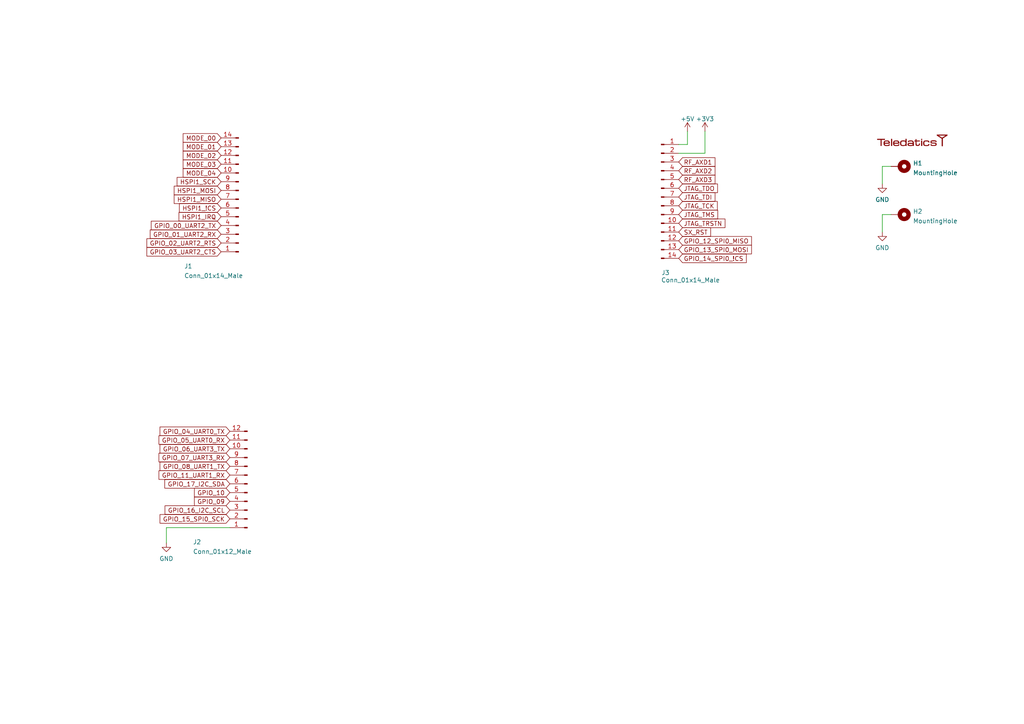
<source format=kicad_sch>
(kicad_sch (version 20210621) (generator eeschema)
  (paper "A4")
  (title_block (title "TD-XPAH hAT") (date "2021-11-09") (rev "1.0") (company "Teledatics Inc") (comment 1 "James Ewing"))
  (lib_symbols
    (symbol "Conn_01x14_Male_1" (pin_names (offset 1.016) hide)
      (property "Reference" "J" (at 0 17.78 0))
      (property "Value" "Conn_01x14_Male_1" (at 0 -20.32 0))
      (symbol "Conn_01x14_Male_1_1_1"
        (polyline (pts (xy 1.27 -17.78) (xy 0.8636 -17.78)) (stroke (width 0.1524)))
        (polyline (pts (xy 1.27 -15.24) (xy 0.8636 -15.24)) (stroke (width 0.1524)))
        (polyline (pts (xy 1.27 -12.7) (xy 0.8636 -12.7)) (stroke (width 0.1524)))
        (polyline (pts (xy 1.27 -10.16) (xy 0.8636 -10.16)) (stroke (width 0.1524)))
        (polyline (pts (xy 1.27 -7.62) (xy 0.8636 -7.62)) (stroke (width 0.1524)))
        (polyline (pts (xy 1.27 -5.08) (xy 0.8636 -5.08)) (stroke (width 0.1524)))
        (polyline (pts (xy 1.27 -2.54) (xy 0.8636 -2.54)) (stroke (width 0.1524)))
        (polyline (pts (xy 1.27 0) (xy 0.8636 0)) (stroke (width 0.1524)))
        (polyline (pts (xy 1.27 2.54) (xy 0.8636 2.54)) (stroke (width 0.1524)))
        (polyline (pts (xy 1.27 5.08) (xy 0.8636 5.08)) (stroke (width 0.1524)))
        (polyline (pts (xy 1.27 7.62) (xy 0.8636 7.62)) (stroke (width 0.1524)))
        (polyline (pts (xy 1.27 10.16) (xy 0.8636 10.16)) (stroke (width 0.1524)))
        (polyline (pts (xy 1.27 12.7) (xy 0.8636 12.7)) (stroke (width 0.1524)))
        (polyline (pts (xy 1.27 15.24) (xy 0.8636 15.24)) (stroke (width 0.1524)))
        (rectangle (start 0.8636 -17.653) (end 0 -17.907) (stroke (width 0.1524)) (fill (type outline)))
        (rectangle (start 0.8636 -15.113) (end 0 -15.367) (stroke (width 0.1524)) (fill (type outline)))
        (rectangle (start 0.8636 -12.573) (end 0 -12.827) (stroke (width 0.1524)) (fill (type outline)))
        (rectangle (start 0.8636 -10.033) (end 0 -10.287) (stroke (width 0.1524)) (fill (type outline)))
        (rectangle (start 0.8636 -7.493) (end 0 -7.747) (stroke (width 0.1524)) (fill (type outline)))
        (rectangle (start 0.8636 -4.953) (end 0 -5.207) (stroke (width 0.1524)) (fill (type outline)))
        (rectangle (start 0.8636 -2.413) (end 0 -2.667) (stroke (width 0.1524)) (fill (type outline)))
        (rectangle (start 0.8636 0.127) (end 0 -0.127) (stroke (width 0.1524)) (fill (type outline)))
        (rectangle (start 0.8636 2.667) (end 0 2.413) (stroke (width 0.1524)) (fill (type outline)))
        (rectangle (start 0.8636 5.207) (end 0 4.953) (stroke (width 0.1524)) (fill (type outline)))
        (rectangle (start 0.8636 7.747) (end 0 7.493) (stroke (width 0.1524)) (fill (type outline)))
        (rectangle (start 0.8636 10.287) (end 0 10.033) (stroke (width 0.1524)) (fill (type outline)))
        (rectangle (start 0.8636 12.827) (end 0 12.573) (stroke (width 0.1524)) (fill (type outline)))
        (rectangle (start 0.8636 15.367) (end 0 15.113) (stroke (width 0.1524)) (fill (type outline)))
        (pin passive line (at 5.08 15.24 180) (length 3.81) (name "Pin_1") (number "1"))
        (pin passive line (at 5.08 -7.62 180) (length 3.81) (name "Pin_10") (number "10"))
        (pin passive line (at 5.08 -10.16 180) (length 3.81) (name "Pin_11") (number "11"))
        (pin passive line (at 5.08 -12.7 180) (length 3.81) (name "Pin_12") (number "12"))
        (pin passive line (at 5.08 -15.24 180) (length 3.81) (name "Pin_13") (number "13"))
        (pin passive line (at 5.08 -17.78 180) (length 3.81) (name "Pin_14") (number "14"))
        (pin passive line (at 5.08 12.7 180) (length 3.81) (name "Pin_2") (number "2"))
        (pin passive line (at 5.08 10.16 180) (length 3.81) (name "Pin_3") (number "3"))
        (pin passive line (at 5.08 7.62 180) (length 3.81) (name "Pin_4") (number "4"))
        (pin passive line (at 5.08 5.08 180) (length 3.81) (name "Pin_5") (number "5"))
        (pin passive line (at 5.08 2.54 180) (length 3.81) (name "Pin_6") (number "6"))
        (pin passive line (at 5.08 0 180) (length 3.81) (name "Pin_7") (number "7"))
        (pin passive line (at 5.08 -2.54 180) (length 3.81) (name "Pin_8") (number "8"))
        (pin passive line (at 5.08 -5.08 180) (length 3.81) (name "Pin_9") (number "9"))
      )
    )
    (symbol "Connector:Conn_01x12_Male" (pin_names (offset 1.016) hide)
      (property "Reference" "J" (at 0 15.24 0))
      (property "Value" "Conn_01x12_Male" (at 0 -17.78 0))
      (symbol "Conn_01x12_Male_1_1"
        (polyline (pts (xy 1.27 -15.24) (xy 0.8636 -15.24)) (stroke (width 0.1524)))
        (polyline (pts (xy 1.27 -12.7) (xy 0.8636 -12.7)) (stroke (width 0.1524)))
        (polyline (pts (xy 1.27 -10.16) (xy 0.8636 -10.16)) (stroke (width 0.1524)))
        (polyline (pts (xy 1.27 -7.62) (xy 0.8636 -7.62)) (stroke (width 0.1524)))
        (polyline (pts (xy 1.27 -5.08) (xy 0.8636 -5.08)) (stroke (width 0.1524)))
        (polyline (pts (xy 1.27 -2.54) (xy 0.8636 -2.54)) (stroke (width 0.1524)))
        (polyline (pts (xy 1.27 0) (xy 0.8636 0)) (stroke (width 0.1524)))
        (polyline (pts (xy 1.27 2.54) (xy 0.8636 2.54)) (stroke (width 0.1524)))
        (polyline (pts (xy 1.27 5.08) (xy 0.8636 5.08)) (stroke (width 0.1524)))
        (polyline (pts (xy 1.27 7.62) (xy 0.8636 7.62)) (stroke (width 0.1524)))
        (polyline (pts (xy 1.27 10.16) (xy 0.8636 10.16)) (stroke (width 0.1524)))
        (polyline (pts (xy 1.27 12.7) (xy 0.8636 12.7)) (stroke (width 0.1524)))
        (rectangle (start 0.8636 -15.113) (end 0 -15.367) (stroke (width 0.1524)) (fill (type outline)))
        (rectangle (start 0.8636 -12.573) (end 0 -12.827) (stroke (width 0.1524)) (fill (type outline)))
        (rectangle (start 0.8636 -10.033) (end 0 -10.287) (stroke (width 0.1524)) (fill (type outline)))
        (rectangle (start 0.8636 -7.493) (end 0 -7.747) (stroke (width 0.1524)) (fill (type outline)))
        (rectangle (start 0.8636 -4.953) (end 0 -5.207) (stroke (width 0.1524)) (fill (type outline)))
        (rectangle (start 0.8636 -2.413) (end 0 -2.667) (stroke (width 0.1524)) (fill (type outline)))
        (rectangle (start 0.8636 0.127) (end 0 -0.127) (stroke (width 0.1524)) (fill (type outline)))
        (rectangle (start 0.8636 2.667) (end 0 2.413) (stroke (width 0.1524)) (fill (type outline)))
        (rectangle (start 0.8636 5.207) (end 0 4.953) (stroke (width 0.1524)) (fill (type outline)))
        (rectangle (start 0.8636 7.747) (end 0 7.493) (stroke (width 0.1524)) (fill (type outline)))
        (rectangle (start 0.8636 10.287) (end 0 10.033) (stroke (width 0.1524)) (fill (type outline)))
        (rectangle (start 0.8636 12.827) (end 0 12.573) (stroke (width 0.1524)) (fill (type outline)))
        (pin passive line (at 5.08 12.7 180) (length 3.81) (name "Pin_1") (number "1"))
        (pin passive line (at 5.08 -10.16 180) (length 3.81) (name "Pin_10") (number "10"))
        (pin passive line (at 5.08 -12.7 180) (length 3.81) (name "Pin_11") (number "11"))
        (pin passive line (at 5.08 -15.24 180) (length 3.81) (name "Pin_12") (number "12"))
        (pin passive line (at 5.08 10.16 180) (length 3.81) (name "Pin_2") (number "2"))
        (pin passive line (at 5.08 7.62 180) (length 3.81) (name "Pin_3") (number "3"))
        (pin passive line (at 5.08 5.08 180) (length 3.81) (name "Pin_4") (number "4"))
        (pin passive line (at 5.08 2.54 180) (length 3.81) (name "Pin_5") (number "5"))
        (pin passive line (at 5.08 0 180) (length 3.81) (name "Pin_6") (number "6"))
        (pin passive line (at 5.08 -2.54 180) (length 3.81) (name "Pin_7") (number "7"))
        (pin passive line (at 5.08 -5.08 180) (length 3.81) (name "Pin_8") (number "8"))
        (pin passive line (at 5.08 -7.62 180) (length 3.81) (name "Pin_9") (number "9"))
      )
    )
    (symbol "Connector:Conn_01x14_Male" (pin_names (offset 1.016) hide)
      (property "Reference" "J" (at 0 17.78 0))
      (property "Value" "Conn_01x14_Male" (at 0 -20.32 0))
      (symbol "Conn_01x14_Male_1_1"
        (polyline (pts (xy 1.27 -17.78) (xy 0.8636 -17.78)) (stroke (width 0.1524)))
        (polyline (pts (xy 1.27 -15.24) (xy 0.8636 -15.24)) (stroke (width 0.1524)))
        (polyline (pts (xy 1.27 -12.7) (xy 0.8636 -12.7)) (stroke (width 0.1524)))
        (polyline (pts (xy 1.27 -10.16) (xy 0.8636 -10.16)) (stroke (width 0.1524)))
        (polyline (pts (xy 1.27 -7.62) (xy 0.8636 -7.62)) (stroke (width 0.1524)))
        (polyline (pts (xy 1.27 -5.08) (xy 0.8636 -5.08)) (stroke (width 0.1524)))
        (polyline (pts (xy 1.27 -2.54) (xy 0.8636 -2.54)) (stroke (width 0.1524)))
        (polyline (pts (xy 1.27 0) (xy 0.8636 0)) (stroke (width 0.1524)))
        (polyline (pts (xy 1.27 2.54) (xy 0.8636 2.54)) (stroke (width 0.1524)))
        (polyline (pts (xy 1.27 5.08) (xy 0.8636 5.08)) (stroke (width 0.1524)))
        (polyline (pts (xy 1.27 7.62) (xy 0.8636 7.62)) (stroke (width 0.1524)))
        (polyline (pts (xy 1.27 10.16) (xy 0.8636 10.16)) (stroke (width 0.1524)))
        (polyline (pts (xy 1.27 12.7) (xy 0.8636 12.7)) (stroke (width 0.1524)))
        (polyline (pts (xy 1.27 15.24) (xy 0.8636 15.24)) (stroke (width 0.1524)))
        (rectangle (start 0.8636 -17.653) (end 0 -17.907) (stroke (width 0.1524)) (fill (type outline)))
        (rectangle (start 0.8636 -15.113) (end 0 -15.367) (stroke (width 0.1524)) (fill (type outline)))
        (rectangle (start 0.8636 -12.573) (end 0 -12.827) (stroke (width 0.1524)) (fill (type outline)))
        (rectangle (start 0.8636 -10.033) (end 0 -10.287) (stroke (width 0.1524)) (fill (type outline)))
        (rectangle (start 0.8636 -7.493) (end 0 -7.747) (stroke (width 0.1524)) (fill (type outline)))
        (rectangle (start 0.8636 -4.953) (end 0 -5.207) (stroke (width 0.1524)) (fill (type outline)))
        (rectangle (start 0.8636 -2.413) (end 0 -2.667) (stroke (width 0.1524)) (fill (type outline)))
        (rectangle (start 0.8636 0.127) (end 0 -0.127) (stroke (width 0.1524)) (fill (type outline)))
        (rectangle (start 0.8636 2.667) (end 0 2.413) (stroke (width 0.1524)) (fill (type outline)))
        (rectangle (start 0.8636 5.207) (end 0 4.953) (stroke (width 0.1524)) (fill (type outline)))
        (rectangle (start 0.8636 7.747) (end 0 7.493) (stroke (width 0.1524)) (fill (type outline)))
        (rectangle (start 0.8636 10.287) (end 0 10.033) (stroke (width 0.1524)) (fill (type outline)))
        (rectangle (start 0.8636 12.827) (end 0 12.573) (stroke (width 0.1524)) (fill (type outline)))
        (rectangle (start 0.8636 15.367) (end 0 15.113) (stroke (width 0.1524)) (fill (type outline)))
        (pin passive line (at 5.08 15.24 180) (length 3.81) (name "Pin_1") (number "1"))
        (pin passive line (at 5.08 -7.62 180) (length 3.81) (name "Pin_10") (number "10"))
        (pin passive line (at 5.08 -10.16 180) (length 3.81) (name "Pin_11") (number "11"))
        (pin passive line (at 5.08 -12.7 180) (length 3.81) (name "Pin_12") (number "12"))
        (pin passive line (at 5.08 -15.24 180) (length 3.81) (name "Pin_13") (number "13"))
        (pin passive line (at 5.08 -17.78 180) (length 3.81) (name "Pin_14") (number "14"))
        (pin passive line (at 5.08 12.7 180) (length 3.81) (name "Pin_2") (number "2"))
        (pin passive line (at 5.08 10.16 180) (length 3.81) (name "Pin_3") (number "3"))
        (pin passive line (at 5.08 7.62 180) (length 3.81) (name "Pin_4") (number "4"))
        (pin passive line (at 5.08 5.08 180) (length 3.81) (name "Pin_5") (number "5"))
        (pin passive line (at 5.08 2.54 180) (length 3.81) (name "Pin_6") (number "6"))
        (pin passive line (at 5.08 0 180) (length 3.81) (name "Pin_7") (number "7"))
        (pin passive line (at 5.08 -2.54 180) (length 3.81) (name "Pin_8") (number "8"))
        (pin passive line (at 5.08 -5.08 180) (length 3.81) (name "Pin_9") (number "9"))
      )
    )
    (symbol "Mechanical:MountingHole_Pad" (pin_numbers hide) (pin_names (offset 1.016) hide)
      (property "Reference" "H" (at 0 6.35 0))
      (property "Value" "MountingHole_Pad" (at 0 4.445 0))
      (symbol "MountingHole_Pad_0_1"
        (circle (center 0 1.27) (radius 1.27) (stroke (width 1.27)))
      )
      (symbol "MountingHole_Pad_1_1"
        (pin input line (at 0 -2.54 90) (length 2.54) (name "1") (number "1"))
      )
    )
    (symbol "power:+3V3" (power) (pin_names (offset 0))
      (property "Value" "+3V3" (at 0 3.556 0))
      (symbol "+3V3_0_1"
        (polyline (pts (xy -0.762 1.27) (xy 0 2.54)))
        (polyline (pts (xy 0 0) (xy 0 2.54)))
        (polyline (pts (xy 0 2.54) (xy 0.762 1.27)))
      )
      (symbol "+3V3_1_1"
        (pin power_in line (at 0 0 90) (length 0) hide (name "+3V3") (number "1"))
      )
    )
    (symbol "power:+5V" (power) (pin_names (offset 0))
      (property "Value" "+5V" (at 0 3.556 0))
      (symbol "+5V_0_1"
        (polyline (pts (xy -0.762 1.27) (xy 0 2.54)))
        (polyline (pts (xy 0 0) (xy 0 2.54)))
        (polyline (pts (xy 0 2.54) (xy 0.762 1.27)))
      )
      (symbol "+5V_1_1"
        (pin power_in line (at 0 0 90) (length 0) hide (name "+5V") (number "1"))
      )
    )
    (symbol "power:GND" (power) (pin_names (offset 0))
      (property "Value" "GND" (at 0 -3.81 0))
      (symbol "GND_0_1"
        (polyline (pts (xy 0 0) (xy 0 -1.27) (xy 1.27 -1.27) (xy 0 -2.54) (xy -1.27 -1.27) (xy 0 -1.27)))
      )
      (symbol "GND_1_1"
        (pin power_in line (at 0 0 270) (length 0) hide (name "GND") (number "1"))
      )
    )
    (symbol "teledatics:teledatics_logo" (pin_names (offset 1.016))
      (symbol "teledatics_logo_0_0"
        (polyline (pts (xy -7.2151 15.5713) (xy -7.4728 15.5713) (xy -7.4728 13.5835) (xy -7.2151 13.5835) (xy -7.2151 15.5713)) (stroke (width 0.01)) (fill (type outline)))
        (polyline (pts (xy 1.5008 14.3289) (xy 1.4909 15.0744) (xy 1.3712 15.0859) (xy 1.2516 15.0974) (xy 1.2516 13.5835) (xy 1.5108 13.5835) (xy 1.5008 14.3289)) (stroke (width 0.01)) (fill (type outline)))
        (polyline (pts (xy -10.2705 15.3505) (xy -9.2765 15.3505) (xy -9.2765 15.5713) (xy -11.4852 15.5713) (xy -11.4852 15.3505) (xy -10.4913 15.3505) (xy -10.4913 13.5835) (xy -10.2705 13.5835) (xy -10.2705 15.3505)) (stroke (width 0.01)) (fill (type outline)))
        (polyline (pts (xy 1.3712 15.3205) (xy 1.4365 15.331) (xy 1.4845 15.3674) (xy 1.5024 15.4517) (xy 1.5038 15.4665) (xy 1.5031 15.5383) (xy 1.4695 15.5665) (xy 1.3827 15.5713) (xy 1.3672 15.5713) (xy 1.288 15.5638) (xy 1.2569 15.5275) (xy 1.2516 15.4402) (xy 1.2516 15.424) (xy 1.2585 15.3459) (xy 1.2916 15.3182) (xy 1.3712 15.3205)) (stroke (width 0.01)) (fill (type outline)))
        (polyline (pts (xy 7.4727 15.7479) (xy 8.1722 16.1778) (xy 8.2692 16.2379) (xy 8.4621 16.3604) (xy 8.6278 16.4698) (xy 8.7572 16.5598) (xy 8.8415 16.6242) (xy 8.8716 16.657) (xy 8.8718 16.6827) (xy 8.87 16.7187) (xy 8.8601 16.748) (xy 8.8354 16.7712) (xy 8.7894 16.789) (xy 8.7155 16.8022) (xy 8.6073 16.8115) (xy 8.4582 16.8175) (xy 8.2615 16.8209) (xy 8.0109 16.8225) (xy 7.6998 16.8229) (xy 7.3215 16.8229) (xy 7.1795 16.8228) (xy 6.864 16.8216) (xy 6.5759 16.8193) (xy 6.3229 16.8159) (xy 6.1127 16.8117) (xy 5.9529 16.8068) (xy 5.8513 16.8013) (xy 5.8157 16.7953) (xy 5.8116 16.7651) (xy 5.7946 16.6909) (xy 5.7933 16.6852) (xy 5.7973 16.6554) (xy 5.8228 16.6183) (xy 5.8605 16.5837) (xy 6.2085 16.5837) (xy 6.767 16.5938) (xy 7.0269 16.597) (xy 7.3236 16.598) (xy 7.6199 16.597) (xy 7.8792 16.5938) (xy 8.4329 16.5837) (xy 7.879 16.2431) (xy 7.7218 16.1472) (xy 7.5591 16.0497) (xy 7.4271 15.9723) (xy 7.3364 15.9215) (xy 7.2976 15.9033) (xy 7.2719 15.9154) (xy 7.1921 15.9615) (xy 7.0697 16.036) (xy 6.9152 16.1323) (xy 6.7394 16.2439) (xy 6.2085 16.5837) (xy 5.8605 16.5837) (xy 5.8767 16.5688) (xy 5.9658 16.5015) (xy 6.097 16.4113) (xy 6.2771 16.2928) (xy 6.5129 16.1409) (xy 7.2519 15.6676) (xy 7.2519 13.5099) (xy 7.4727 13.5099) (xy 7.4727 15.7479)) (stroke (width 0.01)) (fill (type outline)))
        (polyline (pts (xy 0.3894 13.5965) (xy 0.5503 13.6316) (xy 0.558 13.6344) (xy 0.6881 13.7212) (xy 0.7805 13.8691) (xy 0.8331 14.0745) (xy 0.8567 14.2461) (xy 0.7412 14.2461) (xy 0.7241 14.246) (xy 0.6575 14.2371) (xy 0.6307 14.198) (xy 0.6258 14.1071) (xy 0.6256 14.0948) (xy 0.6073 13.9785) (xy 0.5685 13.8862) (xy 0.5681 13.8857) (xy 0.5291 13.8428) (xy 0.4746 13.8182) (xy 0.3853 13.807) (xy 0.2417 13.8044) (xy 0.1943 13.8047) (xy 0.0558 13.8119) (xy -0.0297 13.831) (xy -0.0783 13.8652) (xy -0.097 13.9034) (xy -0.1175 14.0047) (xy -0.1322 14.1675) (xy -0.1417 14.3978) (xy -0.1546 14.8697) (xy 0.7914 14.8903) (xy 0.8031 14.9915) (xy 0.8147 15.0928) (xy -0.1473 15.0928) (xy -0.1473 15.2983) (xy -0.1492 15.4127) (xy -0.1617 15.472) (xy -0.1946 15.4943) (xy -0.2577 15.4977) (xy -0.2594 15.4977) (xy -0.3218 15.4941) (xy -0.3541 15.4712) (xy -0.3663 15.411) (xy -0.3681 15.2952) (xy -0.3681 15.0928) (xy -0.5362 15.0928) (xy -0.6017 15.0921) (xy -0.6708 15.083) (xy -0.695 15.0534) (xy -0.6927 14.9915) (xy -0.6911 14.9786) (xy -0.6726 14.9199) (xy -0.6244 14.8916) (xy -0.5246 14.879) (xy -0.3681 14.8677) (xy -0.3676 14.382) (xy -0.3675 14.3492) (xy -0.3637 14.1237) (xy -0.3517 13.9579) (xy -0.3276 13.8396) (xy -0.2879 13.7567) (xy -0.2288 13.6969) (xy -0.1468 13.648) (xy -0.1251 13.6382) (xy 0.0218 13.6004) (xy 0.2033 13.5863) (xy 0.3894 13.5965)) (stroke (width 0.01)) (fill (type outline)))
        (polyline (pts (xy -3.6654 13.5797) (xy -3.4808 13.6346) (xy -3.3474 13.7146) (xy -3.3046 13.7508) (xy -3.2803 13.7485) (xy -3.2763 13.6812) (xy -3.2699 13.621) (xy -3.2343 13.5901) (xy -3.1474 13.5835) (xy -3.0186 13.5835) (xy -3.0186 15.5713) (xy -3.2763 15.5713) (xy -3.2763 14.9805) (xy -3.3936 15.0411) (xy -3.4252 15.0551) (xy -3.5639 15.091) (xy -3.7453 15.1142) (xy -3.9464 15.1234) (xy -4.1445 15.1174) (xy -4.3165 15.0947) (xy -4.3415 15.0892) (xy -4.5321 15.0253) (xy -4.6708 14.927) (xy -4.7632 14.7861) (xy -4.8152 14.5943) (xy -4.8325 14.3431) (xy -4.831 14.3095) (xy -4.6013 14.3095) (xy -4.5886 14.5117) (xy -4.5451 14.6795) (xy -4.4739 14.7954) (xy -4.4667 14.8025) (xy -4.419 14.8431) (xy -4.3642 14.8697) (xy -4.2856 14.8861) (xy -4.1667 14.8959) (xy -3.9908 14.9029) (xy -3.9353 14.9045) (xy -3.7195 14.9034) (xy -3.5624 14.8861) (xy -3.4523 14.8489) (xy -3.3776 14.7884) (xy -3.3269 14.7011) (xy -3.3236 14.6926) (xy -3.2962 14.5739) (xy -3.2808 14.4146) (xy -3.2777 14.2427) (xy -3.2877 14.0865) (xy -3.3114 13.9743) (xy -3.3562 13.8997) (xy -3.4366 13.8229) (xy -3.5284 13.7869) (xy -3.677 13.7603) (xy -3.8578 13.7472) (xy -4.0499 13.7489) (xy -4.2324 13.7669) (xy -4.3506 13.7929) (xy -4.4713 13.8556) (xy -4.5449 13.9607) (xy -4.5858 14.1227) (xy -4.6013 14.3095) (xy -4.831 14.3095) (xy -4.8226 14.1256) (xy -4.7786 13.924) (xy -4.6952 13.7744) (xy -4.5676 13.6688) (xy -4.3909 13.599) (xy -4.3407 13.5866) (xy -4.114 13.5537) (xy -3.8827 13.5521) (xy -3.6654 13.5797)) (stroke (width 0.01)) (fill (type outline)))
        (polyline (pts (xy 3.0093 13.5598) (xy 3.1958 13.5855) (xy 3.2149 13.5899) (xy 3.3919 13.6641) (xy 3.5192 13.7844) (xy 3.5882 13.9424) (xy 3.5928 13.965) (xy 3.5993 14.0324) (xy 3.5682 14.058) (xy 3.4816 14.0621) (xy 3.419 14.0594) (xy 3.3639 14.0387) (xy 3.3498 13.9884) (xy 3.347 13.9552) (xy 3.2932 13.8585) (xy 3.1725 13.7897) (xy 2.9858 13.7496) (xy 2.9405 13.7449) (xy 2.7124 13.737) (xy 2.5047 13.7548) (xy 2.3344 13.7959) (xy 2.2183 13.8578) (xy 2.1967 13.8773) (xy 2.1564 13.9269) (xy 2.1315 13.9928) (xy 2.1166 14.0942) (xy 2.1062 14.2501) (xy 2.1025 14.4512) (xy 2.1209 14.624) (xy 2.1676 14.7452) (xy 2.2467 14.825) (xy 2.3623 14.8737) (xy 2.3949 14.8815) (xy 2.5433 14.9015) (xy 2.7173 14.9078) (xy 2.8972 14.9014) (xy 3.0631 14.8836) (xy 3.1953 14.8556) (xy 3.2741 14.8186) (xy 3.324 14.7565) (xy 3.3498 14.6821) (xy 3.3538 14.654) (xy 3.3911 14.6226) (xy 3.4827 14.6142) (xy 3.4993 14.6143) (xy 3.577 14.6203) (xy 3.6015 14.6485) (xy 3.5906 14.7155) (xy 3.5677 14.7892) (xy 3.4754 14.9413) (xy 3.3371 15.0376) (xy 3.2156 15.075) (xy 3.0255 15.1047) (xy 2.8115 15.1158) (xy 2.5927 15.109) (xy 2.3884 15.0852) (xy 2.2178 15.0451) (xy 2.1002 14.9894) (xy 2.082 14.9755) (xy 1.98 14.8731) (xy 1.914 14.7479) (xy 1.8781 14.5836) (xy 1.8661 14.3641) (xy 1.867 14.2462) (xy 1.8847 14.0242) (xy 1.9287 13.8587) (xy 2.0044 13.7395) (xy 2.1174 13.6563) (xy 2.2731 13.5987) (xy 2.3613 13.5799) (xy 2.5619 13.5574) (xy 2.788 13.5506) (xy 3.0093 13.5598)) (stroke (width 0.01)) (fill (type outline)))
        (polyline (pts (xy -8.6323 13.5602) (xy -8.5125 13.5646) (xy -8.292 13.5849) (xy -8.1303 13.6229) (xy -8.0175 13.6831) (xy -7.9442 13.7698) (xy -7.9005 13.8872) (xy -7.8986 13.8953) (xy -7.8908 13.9586) (xy -7.9205 13.9839) (xy -8.0058 13.9884) (xy -8.0148 13.9884) (xy -8.1064 13.9744) (xy -8.1354 13.9341) (xy -8.1354 13.9325) (xy -8.1656 13.8754) (xy -8.235 13.8144) (xy -8.2446 13.8084) (xy -8.3106 13.7793) (xy -8.4018 13.7611) (xy -8.5344 13.7518) (xy -8.7245 13.7492) (xy -8.8122 13.7499) (xy -9.0093 13.7602) (xy -9.1496 13.7868) (xy -9.2449 13.8349) (xy -9.3071 13.9095) (xy -9.3481 14.0157) (xy -9.3547 14.0389) (xy -9.3744 14.1108) (xy -9.3806 14.1638) (xy -9.3648 14.2009) (xy -9.3184 14.2248) (xy -9.2328 14.2384) (xy -9.0994 14.2446) (xy -8.9095 14.2462) (xy -8.6547 14.2461) (xy -8.5448 14.2461) (xy -8.3097 14.2466) (xy -8.1362 14.2507) (xy -8.0155 14.262) (xy -7.939 14.284) (xy -7.8979 14.32) (xy -7.8836 14.3736) (xy -7.8873 14.4482) (xy -7.9005 14.5473) (xy -7.9508 14.7394) (xy -8.0605 14.9098) (xy -8.2274 15.0344) (xy -8.2404 15.041) (xy -8.3264 15.0762) (xy -8.4253 15.0975) (xy -8.5574 15.1079) (xy -8.7428 15.1105) (xy -8.8846 15.1072) (xy -9.1341 15.0785) (xy -9.324 15.0153) (xy -9.4609 14.9119) (xy -9.551 14.7621) (xy -9.6009 14.56) (xy -9.6043 14.505) (xy -9.387 14.505) (xy -9.3863 14.528) (xy -9.3506 14.6731) (xy -9.2718 14.7942) (xy -9.1646 14.8669) (xy -9.1429 14.8736) (xy -9.0077 14.8969) (xy -8.8371 14.9069) (xy -8.658 14.9037) (xy -8.4976 14.8877) (xy -8.3827 14.8592) (xy -8.2717 14.7994) (xy -8.1893 14.7041) (xy -8.1472 14.5623) (xy -8.1257 14.4302) (xy -8.7564 14.4302) (xy -8.9702 14.4305) (xy -9.1402 14.4322) (xy -9.2564 14.4366) (xy -9.3289 14.4448) (xy -9.368 14.4582) (xy -9.3839 14.4778) (xy -9.387 14.505) (xy -9.6043 14.505) (xy -9.617 14.2997) (xy -9.6168 14.2306) (xy -9.6088 14.0743) (xy -9.5872 13.9631) (xy -9.5487 13.8759) (xy -9.5054 13.811) (xy -9.3526 13.6665) (xy -9.1616 13.5814) (xy -9.104 13.5722) (xy -8.976 13.5631) (xy -8.8116 13.5587) (xy -8.6323 13.5602)) (stroke (width 0.01)) (fill (type outline)))
        (polyline (pts (xy -5.8715 13.5602) (xy -5.7516 13.5646) (xy -5.5311 13.5849) (xy -5.3694 13.6229) (xy -5.2567 13.6831) (xy -5.1833 13.7698) (xy -5.1396 13.8872) (xy -5.1377 13.8953) (xy -5.1299 13.9586) (xy -5.1597 13.9839) (xy -5.245 13.9884) (xy -5.254 13.9884) (xy -5.3455 13.9744) (xy -5.3745 13.9341) (xy -5.3746 13.9325) (xy -5.4047 13.8754) (xy -5.4742 13.8144) (xy -5.4838 13.8084) (xy -5.5497 13.7793) (xy -5.6409 13.7611) (xy -5.7736 13.7518) (xy -5.9636 13.7492) (xy -6.0513 13.7499) (xy -6.2484 13.7602) (xy -6.3887 13.7868) (xy -6.484 13.8349) (xy -6.5463 13.9095) (xy -6.5873 14.0157) (xy -6.5938 14.0389) (xy -6.6135 14.1108) (xy -6.6197 14.1638) (xy -6.604 14.2009) (xy -6.5576 14.2248) (xy -6.472 14.2384) (xy -6.3385 14.2446) (xy -6.1487 14.2462) (xy -5.8938 14.2461) (xy -5.7839 14.2461) (xy -5.5489 14.2466) (xy -5.3753 14.2507) (xy -5.2546 14.262) (xy -5.1781 14.284) (xy -5.137 14.32) (xy -5.1227 14.3736) (xy -5.1265 14.4482) (xy -5.1396 14.5473) (xy -5.1899 14.7394) (xy -5.2996 14.9098) (xy -5.4665 15.0344) (xy -5.4796 15.041) (xy -5.5655 15.0762) (xy -5.6645 15.0975) (xy -5.7965 15.1079) (xy -5.9819 15.1105) (xy -6.1237 15.1072) (xy -6.3732 15.0785) (xy -6.5632 15.0153) (xy -6.7 14.9119) (xy -6.7902 14.7621) (xy -6.8401 14.56) (xy -6.8435 14.505) (xy -6.6261 14.505) (xy -6.6254 14.528) (xy -6.5897 14.6731) (xy -6.5109 14.7942) (xy -6.4037 14.8669) (xy -6.382 14.8736) (xy -6.2468 14.8969) (xy -6.0762 14.9069) (xy -5.8972 14.9037) (xy -5.7367 14.8877) (xy -5.6218 14.8592) (xy -5.5108 14.7994) (xy -5.4284 14.7041) (xy -5.3863 14.5623) (xy -5.3649 14.4302) (xy -5.9955 14.4302) (xy -6.2093 14.4305) (xy -6.3794 14.4322) (xy -6.4955 14.4366) (xy -6.568 14.4448) (xy -6.6071 14.4582) (xy -6.6231 14.4778) (xy -6.6261 14.505) (xy -6.8435 14.505) (xy -6.8562 14.2997) (xy -6.8559 14.2306) (xy -6.8479 14.0743) (xy -6.8263 13.9631) (xy -6.7879 13.8759) (xy -6.7445 13.811) (xy -6.5917 13.6665) (xy -6.4007 13.5814) (xy -6.3431 13.5722) (xy -6.2152 13.5631) (xy -6.0507 13.5587) (xy -5.8715 13.5602)) (stroke (width 0.01)) (fill (type outline)))
        (polyline (pts (xy -1.6111 13.5598) (xy -1.4755 13.5826) (xy -1.3625 13.6314) (xy -1.2641 13.6995) (xy -1.178 13.7804) (xy -1.178 13.682) (xy -1.1705 13.6181) (xy -1.1331 13.5895) (xy -1.0441 13.5835) (xy -0.9102 13.5835) (xy -0.9286 14.1081) (xy -0.937 14.2987) (xy -0.9544 14.5133) (xy -0.9808 14.6753) (xy -1.0194 14.7972) (xy -1.0733 14.8912) (xy -1.1456 14.9696) (xy -1.2906 15.0567) (xy -1.5018 15.111) (xy -1.7744 15.1294) (xy -1.7921 15.1293) (xy -2.0618 15.1128) (xy -2.2799 15.0676) (xy -2.4417 14.996) (xy -2.5422 14.8999) (xy -2.5768 14.7816) (xy -2.5735 14.7366) (xy -2.5434 14.697) (xy -2.463 14.6879) (xy -2.3734 14.7032) (xy -2.331 14.757) (xy -2.3173 14.7906) (xy -2.2587 14.8457) (xy -2.1524 14.8822) (xy -1.9902 14.9025) (xy -1.7636 14.9087) (xy -1.6026 14.9075) (xy -1.4849 14.9015) (xy -1.4081 14.8875) (xy -1.3552 14.8623) (xy -1.3094 14.8226) (xy -1.2974 14.8086) (xy -1.252 14.7245) (xy -1.2125 14.6106) (xy -1.185 14.4911) (xy -1.1753 14.3904) (xy -1.1895 14.3328) (xy -1.2249 14.3329) (xy -1.2945 14.3628) (xy -1.3463 14.3813) (xy -1.4626 14.3986) (xy -1.6396 14.4086) (xy -1.8838 14.4118) (xy -2.0272 14.4114) (xy -2.1922 14.4084) (xy -2.3069 14.4011) (xy -2.3856 14.3875) (xy -2.4424 14.366) (xy -2.4912 14.3346) (xy -2.5301 14.3013) (xy -2.6221 14.1684) (xy -2.6649 14.0111) (xy -2.6628 13.9903) (xy -2.4296 13.9903) (xy -2.4293 14.0116) (xy -2.4185 14.0905) (xy -2.3846 14.146) (xy -2.3175 14.1815) (xy -2.2073 14.2006) (xy -2.0439 14.2068) (xy -1.8171 14.2036) (xy -1.6814 14.1997) (xy -1.5195 14.1927) (xy -1.4088 14.1825) (xy -1.3358 14.1671) (xy -1.2866 14.1441) (xy -1.2478 14.1114) (xy -1.2209 14.0796) (xy -1.1871 13.9785) (xy -1.2189 13.8821) (xy -1.3127 13.8084) (xy -1.3714 13.7899) (xy -1.5051 13.7675) (xy -1.6738 13.7523) (xy -1.8544 13.7456) (xy -2.024 13.7486) (xy -2.1595 13.7626) (xy -2.1912 13.7688) (xy -2.3294 13.815) (xy -2.406 13.8865) (xy -2.4296 13.9903) (xy -2.6628 13.9903) (xy -2.6495 13.8568) (xy -2.6251 13.7933) (xy -2.5664 13.7068) (xy -2.4733 13.647) (xy -2.3263 13.5982) (xy -2.1786 13.5708) (xy -1.9899 13.5543) (xy -1.7916 13.5505) (xy -1.6111 13.5598)) (stroke (width 0.01)) (fill (type outline)))
        (polyline (pts (xy 4.9003 13.5972) (xy 4.9953 13.6) (xy 5.2217 13.615) (xy 5.3901 13.6432) (xy 5.512 13.6882) (xy 5.5986 13.7536) (xy 5.6612 13.8432) (xy 5.6896 13.9254) (xy 5.6952 14.078) (xy 5.6571 14.2306) (xy 5.5805 14.3513) (xy 5.551 14.3795) (xy 5.5114 14.408) (xy 5.4601 14.4284) (xy 5.3846 14.4426) (xy 5.2726 14.453) (xy 5.1117 14.4616) (xy 4.8897 14.4705) (xy 4.6717 14.4796) (xy 4.5058 14.4893) (xy 4.3915 14.5007) (xy 4.3176 14.5154) (xy 4.2728 14.5348) (xy 4.2459 14.5608) (xy 4.2186 14.6084) (xy 4.2004 14.734) (xy 4.2487 14.8557) (xy 4.252 14.8601) (xy 4.2842 14.8898) (xy 4.3355 14.9103) (xy 4.4194 14.9238) (xy 4.5496 14.9327) (xy 4.7398 14.9393) (xy 4.8894 14.9411) (xy 5.1323 14.93) (xy 5.307 14.8996) (xy 5.4127 14.8501) (xy 5.4481 14.7818) (xy 5.4492 14.7704) (xy 5.4853 14.7353) (xy 5.5809 14.7247) (xy 5.5978 14.7247) (xy 5.6753 14.7308) (xy 5.6996 14.7589) (xy 5.6885 14.8259) (xy 5.6671 14.8918) (xy 5.6029 14.9922) (xy 5.5002 15.0647) (xy 5.3507 15.1124) (xy 5.146 15.1388) (xy 4.8775 15.1473) (xy 4.8102 15.1472) (xy 4.5802 15.1419) (xy 4.4066 15.1268) (xy 4.2756 15.0991) (xy 4.1737 15.0564) (xy 4.0872 14.996) (xy 4.0729 14.9838) (xy 4.0104 14.9161) (xy 3.9822 14.8383) (xy 3.9756 14.719) (xy 3.9829 14.586) (xy 4.0127 14.4746) (xy 4.0734 14.3936) (xy 4.1734 14.3384) (xy 4.3213 14.3046) (xy 4.5256 14.2876) (xy 4.7945 14.2829) (xy 4.8499 14.2828) (xy 5.0726 14.2782) (xy 5.2333 14.2646) (xy 5.3417 14.2383) (xy 5.4071 14.1962) (xy 5.4393 14.1348) (xy 5.4475 14.0508) (xy 5.439 13.9553) (xy 5.4192 13.8895) (xy 5.3904 13.8581) (xy 5.2817 13.8075) (xy 5.106 13.7775) (xy 4.8613 13.7676) (xy 4.7999 13.7678) (xy 4.597 13.773) (xy 4.4518 13.7878) (xy 4.3518 13.8153) (xy 4.2846 13.8584) (xy 4.2376 13.9202) (xy 4.2154 13.9524) (xy 4.1424 14.0107) (xy 4.0639 14.0312) (xy 4.0013 14.0115) (xy 3.9756 13.9492) (xy 3.9783 13.9065) (xy 4.0284 13.7812) (xy 4.1433 13.6849) (xy 4.3253 13.6154) (xy 4.3262 13.6152) (xy 4.4064 13.6049) (xy 4.5413 13.598) (xy 4.7121 13.5953) (xy 4.9003 13.5972)) (stroke (width 0.01)) (fill (type outline)))
      )
    )
  )
  (wire (pts (xy 255.905 53.34) (xy 255.905 48.26)))
  (wire (pts (xy 255.905 67.31) (xy 255.905 62.23)))
  (wire (pts (xy 196.85 41.91) (xy 199.39 41.91)))
  (wire (pts (xy 255.905 48.26) (xy 258.445 48.26)))
  (wire (pts (xy 48.26 153.035) (xy 48.26 157.48)))
  (wire (pts (xy 66.675 153.035) (xy 48.26 153.035)))
  (wire (pts (xy 204.47 44.45) (xy 204.47 38.1)))
  (wire (pts (xy 196.85 44.45) (xy 204.47 44.45)))
  (wire (pts (xy 199.39 38.1) (xy 199.39 41.91)))
  (wire (pts (xy 255.905 62.23) (xy 258.445 62.23)))
  (global_label "GPIO_12_SPI0_MISO" (shape input) (at 196.85 69.85 0) (property "Intersheet References" "${INTERSHEET_REFS}" (effects hide)))
  (global_label "GPIO_03_UART2_CTS" (shape input) (at 64.135 73.025 180) (property "Intersheet References" "${INTERSHEET_REFS}" (effects hide)))
  (global_label "JTAG_TDI" (shape input) (at 196.85 57.15 0) (property "Intersheet References" "${INTERSHEET_REFS}" (effects hide)))
  (global_label "GPIO_01_UART2_RX" (shape input) (at 64.135 67.945 180) (property "Intersheet References" "${INTERSHEET_REFS}" (effects hide)))
  (global_label "GPIO_02_UART2_RTS" (shape input) (at 64.135 70.485 180) (property "Intersheet References" "${INTERSHEET_REFS}" (effects hide)))
  (global_label "GPIO_04_UART0_TX" (shape input) (at 66.675 125.095 180) (property "Intersheet References" "${INTERSHEET_REFS}" (effects hide)))
  (global_label "JTAG_TMS" (shape input) (at 196.85 62.23 0) (property "Intersheet References" "${INTERSHEET_REFS}" (effects hide)))
  (global_label "HSPI1_MISO" (shape input) (at 64.135 57.785 180) (property "Intersheet References" "${INTERSHEET_REFS}" (effects hide)))
  (global_label "GPIO_14_SPI0_!CS" (shape input) (at 196.85 74.93 0) (property "Intersheet References" "${INTERSHEET_REFS}" (effects hide)))
  (global_label "MODE_02" (shape input) (at 64.135 45.085 180) (property "Intersheet References" "${INTERSHEET_REFS}" (effects hide)))
  (global_label "GPIO_09" (shape input) (at 66.675 145.415 180) (property "Intersheet References" "${INTERSHEET_REFS}" (effects hide)))
  (global_label "GPIO_00_UART2_TX" (shape input) (at 64.135 65.405 180) (property "Intersheet References" "${INTERSHEET_REFS}" (effects hide)))
  (global_label "GPIO_05_UART0_RX" (shape input) (at 66.675 127.635 180) (property "Intersheet References" "${INTERSHEET_REFS}" (effects hide)))
  (global_label "HSPI1_SCK" (shape input) (at 64.135 52.705 180) (property "Intersheet References" "${INTERSHEET_REFS}" (effects hide)))
  (global_label "HSPI1_!CS" (shape input) (at 64.135 60.325 180) (property "Intersheet References" "${INTERSHEET_REFS}" (effects hide)))
  (global_label "JTAG_TDO" (shape input) (at 196.85 54.61 0) (property "Intersheet References" "${INTERSHEET_REFS}" (effects hide)))
  (global_label "RF_AXD3" (shape input) (at 196.85 52.07 0) (property "Intersheet References" "${INTERSHEET_REFS}" (effects hide)))
  (global_label "MODE_00" (shape input) (at 64.135 40.005 180) (property "Intersheet References" "${INTERSHEET_REFS}" (effects hide)))
  (global_label "GPIO_08_UART1_TX" (shape input) (at 66.675 135.255 180) (property "Intersheet References" "${INTERSHEET_REFS}" (effects hide)))
  (global_label "GPIO_06_UART3_TX" (shape input) (at 66.675 130.175 180) (property "Intersheet References" "${INTERSHEET_REFS}" (effects hide)))
  (global_label "GPIO_10" (shape input) (at 66.675 142.875 180) (property "Intersheet References" "${INTERSHEET_REFS}" (effects hide)))
  (global_label "HSPI1_MOSI" (shape input) (at 64.135 55.245 180) (property "Intersheet References" "${INTERSHEET_REFS}" (effects hide)))
  (global_label "MODE_04" (shape input) (at 64.135 50.165 180) (property "Intersheet References" "${INTERSHEET_REFS}" (effects hide)))
  (global_label "GPIO_16_I2C_SCL" (shape input) (at 66.675 147.955 180) (property "Intersheet References" "${INTERSHEET_REFS}" (effects hide)))
  (global_label "GPIO_17_I2C_SDA" (shape input) (at 66.675 140.335 180) (property "Intersheet References" "${INTERSHEET_REFS}" (effects hide)))
  (global_label "GPIO_07_UART3_RX" (shape input) (at 66.675 132.715 180) (property "Intersheet References" "${INTERSHEET_REFS}" (effects hide)))
  (global_label "RF_AXD2" (shape input) (at 196.85 49.53 0) (property "Intersheet References" "${INTERSHEET_REFS}" (effects hide)))
  (global_label "HSPI1_IRQ" (shape input) (at 64.135 62.865 180) (property "Intersheet References" "${INTERSHEET_REFS}" (effects hide)))
  (global_label "GPIO_13_SPI0_MOSI" (shape input) (at 196.85 72.39 0) (property "Intersheet References" "${INTERSHEET_REFS}" (effects hide)))
  (global_label "GPIO_15_SPI0_SCK" (shape input) (at 66.675 150.495 180) (property "Intersheet References" "${INTERSHEET_REFS}" (effects hide)))
  (global_label "GPIO_11_UART1_RX" (shape input) (at 66.675 137.795 180) (property "Intersheet References" "${INTERSHEET_REFS}" (effects hide)))
  (global_label "JTAG_TRSTN" (shape input) (at 196.85 64.77 0) (property "Intersheet References" "${INTERSHEET_REFS}" (effects hide)))
  (global_label "SX_RST" (shape input) (at 196.85 67.31 0) (property "Intersheet References" "${INTERSHEET_REFS}" (effects hide)))
  (global_label "MODE_01" (shape input) (at 64.135 42.545 180) (property "Intersheet References" "${INTERSHEET_REFS}" (effects hide)))
  (global_label "MODE_03" (shape input) (at 64.135 47.625 180) (property "Intersheet References" "${INTERSHEET_REFS}" (effects hide)))
  (global_label "JTAG_TCK" (shape input) (at 196.85 59.69 0) (property "Intersheet References" "${INTERSHEET_REFS}" (effects hide)))
  (global_label "RF_AXD1" (shape input) (at 196.85 46.99 0) (property "Intersheet References" "${INTERSHEET_REFS}" (effects hide)))
  (symbol (lib_id "power:GND") (at 255.905 53.34 0) (unit 1)
    (property "Reference" "#PWR0102" (effects hide))
    (property "Value" "GND" (at 255.905 57.9024 0))
  )
  (symbol (lib_name "Conn_01x14_Male_1") (lib_id "Connector:Conn_01x14_Male") (at 69.215 57.785 180) (unit 1)
    (property "Reference" "J1" (at 53.4162 77.1965 0) (effects (justify right)))
    (property "Value" "Conn_01x14_Male" (at 53.4162 79.9716 0) (effects (justify right)))
    (property "Footprint" "Connector_PinHeader_2.54mm:PinHeader_1x14_P2.54mm_Vertical" (effects hide))
  )
  (symbol (lib_id "power:GND") (at 255.905 67.31 0) (unit 1)
    (property "Reference" "#PWR0101" (effects hide))
    (property "Value" "GND" (at 255.905 71.8724 0))
  )
  (symbol (lib_id "Connector:Conn_01x12_Male") (at 71.755 140.335 180) (unit 1)
    (property "Reference" "J2" (at 55.9562 157.2065 0) (effects (justify right)))
    (property "Value" "Conn_01x12_Male" (at 55.9562 159.9816 0) (effects (justify right)))
    (property "Footprint" "Connector_PinHeader_2.54mm:PinHeader_1x12_P2.54mm_Vertical" (effects hide))
  )
  (symbol (lib_id "power:GND") (at 48.26 157.48 0) (unit 1)
    (property "Reference" "#PWR0110" (effects hide))
    (property "Value" "GND" (at 48.26 162.0424 0))
  )
  (symbol (lib_id "Mechanical:MountingHole_Pad") (at 260.985 62.23 270) (unit 1)
    (property "Reference" "H2" (at 264.795 61.3215 90) (effects (justify left)))
    (property "Value" "MountingHole" (at 264.795 64.0966 90) (effects (justify left)))
    (property "Footprint" "MountingHole:MountingHole_3.2mm_M3_Pad" (effects hide))
  )
  (symbol (lib_id "Mechanical:MountingHole_Pad") (at 260.985 48.26 270) (unit 1)
    (property "Reference" "H1" (at 264.795 47.3515 90) (effects (justify left)))
    (property "Value" "MountingHole" (at 264.795 50.1266 90) (effects (justify left)))
    (property "Footprint" "MountingHole:MountingHole_3.2mm_M3_Pad" (effects hide))
  )
  (symbol (lib_id "power:+3V3") (at 204.47 38.1 0) (unit 1)
    (property "Reference" "#PWR0113" (effects hide))
    (property "Value" "+3V3" (at 204.47 34.4955 0))
  )
  (symbol (lib_id "Connector:Conn_01x14_Male") (at 191.77 57.15 0) (unit 1)
    (property "Reference" "J3" (at 194.2338 79.1015 0) (effects (justify right)))
    (property "Value" "Conn_01x14_Male" (at 208.8388 81.2416 0) (effects (justify right)))
    (property "Footprint" "Connector_PinHeader_2.54mm:PinHeader_1x14_P2.54mm_Vertical" (effects hide))
  )
  (symbol (lib_id "power:+5V") (at 199.39 38.1 0) (unit 1)
    (property "Reference" "#PWR09" (effects hide))
    (property "Value" "+5V" (at 199.39 34.4955 0))
  )
  (symbol (lib_id "teledatics:teledatics_logo") (at 265.938 55.88 0) (unit 1)
    (property "Reference" "#G?" (effects hide))
    (property "Value" "teledatics_logo" (effects hide))
  )
)
</source>
